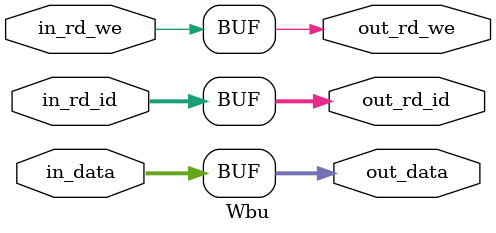
<source format=v>
module Wbu(
    input wire[4:0] in_rd_id,
    input wire in_rd_we,
    input wire[31:0] in_data,

    output wire[31:0] out_data,
    output wire[4:0] out_rd_id,
    output wire out_rd_we
);
    assign out_data=in_data;
    assign out_rd_id=in_rd_id;

    assign out_rd_we=in_rd_we;
endmodule
</source>
